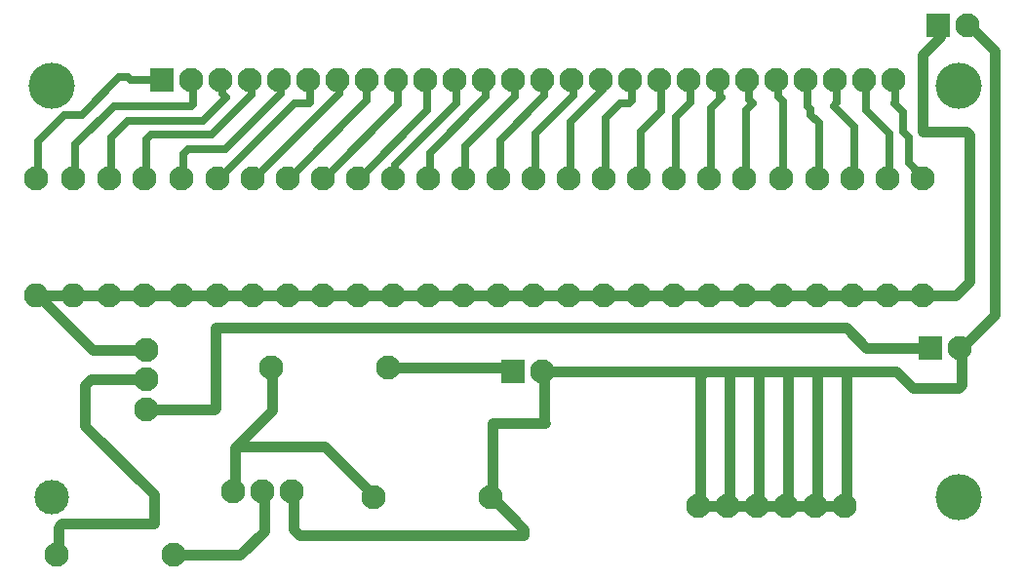
<source format=gbr>
%TF.GenerationSoftware,KiCad,Pcbnew,8.0.3*%
%TF.CreationDate,2024-07-19T22:03:54-04:00*%
%TF.ProjectId,CCPPowerBoard,43435050-6f77-4657-9242-6f6172642e6b,rev?*%
%TF.SameCoordinates,Original*%
%TF.FileFunction,Copper,L2,Bot*%
%TF.FilePolarity,Positive*%
%FSLAX46Y46*%
G04 Gerber Fmt 4.6, Leading zero omitted, Abs format (unit mm)*
G04 Created by KiCad (PCBNEW 8.0.3) date 2024-07-19 22:03:54*
%MOMM*%
%LPD*%
G01*
G04 APERTURE LIST*
%TA.AperFunction,ComponentPad*%
%ADD10C,2.100000*%
%TD*%
%TA.AperFunction,ComponentPad*%
%ADD11R,2.100000X2.100000*%
%TD*%
%TA.AperFunction,ComponentPad*%
%ADD12O,2.100000X2.100000*%
%TD*%
%TA.AperFunction,ViaPad*%
%ADD13C,4.000000*%
%TD*%
%TA.AperFunction,ViaPad*%
%ADD14C,3.000000*%
%TD*%
%TA.AperFunction,Conductor*%
%ADD15C,0.900000*%
%TD*%
%TA.AperFunction,Conductor*%
%ADD16C,0.700000*%
%TD*%
%TA.AperFunction,Conductor*%
%ADD17C,0.500000*%
%TD*%
G04 APERTURE END LIST*
D10*
%TO.P,R1,1*%
%TO.N,Net-(J1-Pin_26)*%
X149100000Y-69500000D03*
%TO.P,R1,2*%
%TO.N,Net-(J7-Pin_1)*%
X149100000Y-79660000D03*
%TD*%
%TO.P,R15,1*%
%TO.N,Net-(J1-Pin_12)*%
X106200000Y-69500000D03*
%TO.P,R15,2*%
%TO.N,Net-(J7-Pin_1)*%
X106200000Y-79660000D03*
%TD*%
%TO.P,R10,1*%
%TO.N,Net-(J1-Pin_17)*%
X121450000Y-69500000D03*
%TO.P,R10,2*%
%TO.N,Net-(J7-Pin_1)*%
X121450000Y-79660000D03*
%TD*%
%TO.P,R8,1*%
%TO.N,Net-(J1-Pin_19)*%
X127550000Y-69500000D03*
%TO.P,R8,2*%
%TO.N,Net-(J7-Pin_1)*%
X127550000Y-79660000D03*
%TD*%
%TO.P,R22,1*%
%TO.N,Net-(J1-Pin_5)*%
X84800000Y-69500000D03*
%TO.P,R22,2*%
%TO.N,Net-(J7-Pin_1)*%
X84800000Y-79660000D03*
%TD*%
%TO.P,R18,1*%
%TO.N,Net-(J1-Pin_9)*%
X97050000Y-69500000D03*
%TO.P,R18,2*%
%TO.N,Net-(J7-Pin_1)*%
X97050000Y-79660000D03*
%TD*%
%TO.P,R2,1*%
%TO.N,Net-(J1-Pin_25)*%
X146100000Y-69500000D03*
%TO.P,R2,2*%
%TO.N,Net-(J7-Pin_1)*%
X146100000Y-79660000D03*
%TD*%
%TO.P,R13,1*%
%TO.N,Net-(J1-Pin_14)*%
X112300000Y-69500000D03*
%TO.P,R13,2*%
%TO.N,Net-(J7-Pin_1)*%
X112300000Y-79660000D03*
%TD*%
%TO.P,R29,1*%
%TO.N,Net-(Q2-G)*%
X92535000Y-86000000D03*
%TO.P,R29,2*%
%TO.N,Net-(J5-Pin_1)*%
X102695000Y-86000000D03*
%TD*%
%TO.P,R12,1*%
%TO.N,Net-(J1-Pin_15)*%
X115350000Y-69500000D03*
%TO.P,R12,2*%
%TO.N,Net-(J7-Pin_1)*%
X115350000Y-79660000D03*
%TD*%
%TO.P,J2,1,Pin_1*%
%TO.N,Net-(J2-Pin_1)*%
X129650000Y-98000000D03*
%TO.P,J2,2,Pin_2*%
X132190000Y-98000000D03*
%TO.P,J2,3,Pin_3*%
X134730000Y-98000000D03*
%TO.P,J2,4,Pin_4*%
X137270000Y-98000000D03*
%TO.P,J2,5,Pin_5*%
X139810000Y-98000000D03*
%TO.P,J2,6,Pin_6*%
X142350000Y-98000000D03*
%TD*%
%TO.P,R28,1*%
%TO.N,Net-(Q1-B)*%
X73920000Y-102250000D03*
%TO.P,R28,2*%
%TO.N,Net-(Q2-D)*%
X84080000Y-102250000D03*
%TD*%
%TO.P,R27,1*%
%TO.N,Net-(J2-Pin_1)*%
X111600000Y-97250000D03*
%TO.P,R27,2*%
%TO.N,Net-(Q2-G)*%
X101440000Y-97250000D03*
%TD*%
D11*
%TO.P,J6,1,Pin_1*%
%TO.N,Net-(J6-Pin_1)*%
X149825000Y-84250000D03*
D10*
%TO.P,J6,2,Pin_2*%
%TO.N,Net-(J2-Pin_1)*%
X152365000Y-84250000D03*
%TD*%
%TO.P,R26,1*%
%TO.N,Net-(J1-Pin_1)*%
X72200000Y-69500000D03*
D12*
%TO.P,R26,2*%
%TO.N,Net-(J7-Pin_1)*%
X72200000Y-79660000D03*
%TD*%
D10*
%TO.P,R4,1*%
%TO.N,Net-(J1-Pin_23)*%
X140000000Y-69500000D03*
%TO.P,R4,2*%
%TO.N,Net-(J7-Pin_1)*%
X140000000Y-79660000D03*
%TD*%
D11*
%TO.P,J7,1,Pin_1*%
%TO.N,Net-(J7-Pin_1)*%
X150500000Y-56250000D03*
D10*
%TO.P,J7,2,Pin_2*%
%TO.N,Net-(J2-Pin_1)*%
X153040000Y-56250000D03*
%TD*%
%TO.P,R23,1*%
%TO.N,Net-(J1-Pin_4)*%
X81600000Y-69500000D03*
%TO.P,R23,2*%
%TO.N,Net-(J7-Pin_1)*%
X81600000Y-79660000D03*
%TD*%
%TO.P,Q2,1,G*%
%TO.N,Net-(Q2-G)*%
X89270000Y-96750000D03*
%TO.P,Q2,2,D*%
%TO.N,Net-(Q2-D)*%
X91810000Y-96750000D03*
%TO.P,Q2,3,S*%
%TO.N,Net-(J2-Pin_1)*%
X94350000Y-96750000D03*
%TD*%
%TO.P,Q1,1,C*%
%TO.N,Net-(J7-Pin_1)*%
X81725000Y-84400000D03*
%TO.P,Q1,2,B*%
%TO.N,Net-(Q1-B)*%
X81725000Y-87000000D03*
%TO.P,Q1,3,E*%
%TO.N,Net-(J6-Pin_1)*%
X81725000Y-89600000D03*
%TD*%
D11*
%TO.P,J1,1,Pin_1*%
%TO.N,Net-(J1-Pin_1)*%
X83110000Y-60950000D03*
D10*
%TO.P,J1,2,Pin_2*%
%TO.N,Net-(J1-Pin_2)*%
X85650000Y-60950000D03*
%TO.P,J1,3,Pin_3*%
%TO.N,Net-(J1-Pin_3)*%
X88190000Y-60950000D03*
%TO.P,J1,4,Pin_4*%
%TO.N,Net-(J1-Pin_4)*%
X90730000Y-60950000D03*
%TO.P,J1,5,Pin_5*%
%TO.N,Net-(J1-Pin_5)*%
X93270000Y-60950000D03*
%TO.P,J1,6,Pin_6*%
%TO.N,Net-(J1-Pin_6)*%
X95810000Y-60950000D03*
D12*
%TO.P,J1,7,Pin_7*%
%TO.N,Net-(J1-Pin_7)*%
X98350000Y-60950000D03*
%TO.P,J1,8,Pin_8*%
%TO.N,Net-(J1-Pin_8)*%
X100890000Y-60950000D03*
%TO.P,J1,9,Pin_9*%
%TO.N,Net-(J1-Pin_9)*%
X103430000Y-60950000D03*
D10*
%TO.P,J1,10,Pin_10*%
%TO.N,Net-(J1-Pin_10)*%
X105970000Y-60950000D03*
%TO.P,J1,11,Pin_11*%
%TO.N,Net-(J1-Pin_11)*%
X108510000Y-60950000D03*
D12*
%TO.P,J1,12,Pin_12*%
%TO.N,Net-(J1-Pin_12)*%
X111050000Y-60950000D03*
D10*
%TO.P,J1,13,Pin_13*%
%TO.N,Net-(J1-Pin_13)*%
X113590000Y-60950000D03*
D12*
%TO.P,J1,14,Pin_14*%
%TO.N,Net-(J1-Pin_14)*%
X116130000Y-60950000D03*
D10*
%TO.P,J1,15,Pin_15*%
%TO.N,Net-(J1-Pin_15)*%
X118670000Y-60950000D03*
%TO.P,J1,16,Pin_16*%
%TO.N,Net-(J1-Pin_16)*%
X121210000Y-60950000D03*
%TO.P,J1,17,Pin_17*%
%TO.N,Net-(J1-Pin_17)*%
X123750000Y-60950000D03*
%TO.P,J1,18,Pin_18*%
%TO.N,Net-(J1-Pin_18)*%
X126290000Y-60950000D03*
%TO.P,J1,19,Pin_19*%
%TO.N,Net-(J1-Pin_19)*%
X128830000Y-60950000D03*
%TO.P,J1,20,Pin_20*%
%TO.N,Net-(J1-Pin_20)*%
X131370000Y-60950000D03*
D12*
%TO.P,J1,21,Pin_21*%
%TO.N,Net-(J1-Pin_21)*%
X133910000Y-60950000D03*
D10*
%TO.P,J1,22,Pin_22*%
%TO.N,Net-(J1-Pin_22)*%
X136450000Y-60950000D03*
%TO.P,J1,23,Pin_23*%
%TO.N,Net-(J1-Pin_23)*%
X138990000Y-60950000D03*
%TO.P,J1,24,Pin_24*%
%TO.N,Net-(J1-Pin_24)*%
X141530000Y-60950000D03*
D12*
%TO.P,J1,25,Pin_25*%
%TO.N,Net-(J1-Pin_25)*%
X144070000Y-60950000D03*
D10*
%TO.P,J1,26,Pin_26*%
%TO.N,Net-(J1-Pin_26)*%
X146610000Y-60950000D03*
%TD*%
%TO.P,R25,1*%
%TO.N,Net-(J1-Pin_2)*%
X75400000Y-69500000D03*
D12*
%TO.P,R25,2*%
%TO.N,Net-(J7-Pin_1)*%
X75400000Y-79660000D03*
%TD*%
D10*
%TO.P,R20,1*%
%TO.N,Net-(J1-Pin_7)*%
X91000000Y-69500000D03*
%TO.P,R20,2*%
%TO.N,Net-(J7-Pin_1)*%
X91000000Y-79660000D03*
%TD*%
%TO.P,R21,1*%
%TO.N,Net-(J1-Pin_6)*%
X87950000Y-69500000D03*
%TO.P,R21,2*%
%TO.N,Net-(J7-Pin_1)*%
X87950000Y-79660000D03*
%TD*%
%TO.P,R17,1*%
%TO.N,Net-(J1-Pin_10)*%
X100100000Y-69500000D03*
%TO.P,R17,2*%
%TO.N,Net-(J7-Pin_1)*%
X100100000Y-79660000D03*
%TD*%
%TO.P,R24,1*%
%TO.N,Net-(J1-Pin_3)*%
X78500000Y-69500000D03*
%TO.P,R24,2*%
%TO.N,Net-(J7-Pin_1)*%
X78500000Y-79660000D03*
%TD*%
%TO.P,R9,1*%
%TO.N,Net-(J1-Pin_18)*%
X124500000Y-69500000D03*
%TO.P,R9,2*%
%TO.N,Net-(J7-Pin_1)*%
X124500000Y-79660000D03*
%TD*%
%TO.P,R5,1*%
%TO.N,Net-(J1-Pin_22)*%
X136850000Y-69500000D03*
%TO.P,R5,2*%
%TO.N,Net-(J7-Pin_1)*%
X136850000Y-79660000D03*
%TD*%
D11*
%TO.P,J5,1,Pin_1*%
%TO.N,Net-(J5-Pin_1)*%
X113575000Y-86300000D03*
D10*
%TO.P,J5,2,Pin_2*%
%TO.N,Net-(J2-Pin_1)*%
X116115000Y-86300000D03*
%TD*%
%TO.P,R19,1*%
%TO.N,Net-(J1-Pin_8)*%
X94050000Y-69500000D03*
%TO.P,R19,2*%
%TO.N,Net-(J7-Pin_1)*%
X94050000Y-79660000D03*
%TD*%
%TO.P,R6,1*%
%TO.N,Net-(J1-Pin_21)*%
X133650000Y-69500000D03*
%TO.P,R6,2*%
%TO.N,Net-(J7-Pin_1)*%
X133650000Y-79660000D03*
%TD*%
%TO.P,R3,1*%
%TO.N,Net-(J1-Pin_24)*%
X143050000Y-69500000D03*
%TO.P,R3,2*%
%TO.N,Net-(J7-Pin_1)*%
X143050000Y-79660000D03*
%TD*%
%TO.P,R14,1*%
%TO.N,Net-(J1-Pin_13)*%
X109250000Y-69500000D03*
%TO.P,R14,2*%
%TO.N,Net-(J7-Pin_1)*%
X109250000Y-79660000D03*
%TD*%
%TO.P,R16,1*%
%TO.N,Net-(J1-Pin_11)*%
X103150000Y-69500000D03*
%TO.P,R16,2*%
%TO.N,Net-(J7-Pin_1)*%
X103150000Y-79660000D03*
%TD*%
%TO.P,R11,1*%
%TO.N,Net-(J1-Pin_16)*%
X118400000Y-69500000D03*
%TO.P,R11,2*%
%TO.N,Net-(J7-Pin_1)*%
X118400000Y-79660000D03*
%TD*%
%TO.P,R7,1*%
%TO.N,Net-(J1-Pin_20)*%
X130600000Y-69500000D03*
%TO.P,R7,2*%
%TO.N,Net-(J7-Pin_1)*%
X130600000Y-79660000D03*
%TD*%
D13*
%TO.N,*%
X73500000Y-61500000D03*
X152250000Y-61500000D03*
D14*
X73500000Y-97250000D03*
D13*
%TO.N,Net-(Q1-B)*%
X152250000Y-97250000D03*
%TD*%
D15*
%TO.N,Net-(J2-Pin_1)*%
X114500000Y-100500000D02*
X114500000Y-100000000D01*
X155400000Y-81365000D02*
X152515000Y-84250000D01*
X94500000Y-100000000D02*
X95000000Y-100500000D01*
X95000000Y-100500000D02*
X114500000Y-100500000D01*
X129800000Y-98000000D02*
X142500000Y-98000000D01*
X130250000Y-86300000D02*
X132500000Y-86300000D01*
X139960000Y-98000000D02*
X139960000Y-86510000D01*
X116335000Y-90815000D02*
X116400000Y-90750000D01*
X137250000Y-86300000D02*
X139750000Y-86300000D01*
X148250000Y-87750000D02*
X152280000Y-87750000D01*
X153190000Y-56250000D02*
X155400000Y-58460000D01*
X111750000Y-97250000D02*
X111750000Y-90815000D01*
X142500000Y-86300000D02*
X146800000Y-86300000D01*
X142500000Y-98000000D02*
X142500000Y-86300000D01*
X116265000Y-86300000D02*
X130250000Y-86300000D01*
X114500000Y-100000000D02*
X111750000Y-97250000D01*
X129800000Y-86750000D02*
X130250000Y-86300000D01*
X134880000Y-98000000D02*
X134880000Y-86430000D01*
X132340000Y-86460000D02*
X132500000Y-86300000D01*
X139960000Y-86510000D02*
X139750000Y-86300000D01*
X146800000Y-86300000D02*
X148250000Y-87750000D01*
X129800000Y-98000000D02*
X129800000Y-86750000D01*
X139750000Y-86300000D02*
X142500000Y-86300000D01*
X152515000Y-87515000D02*
X152515000Y-84250000D01*
X132500000Y-86300000D02*
X134750000Y-86300000D01*
X111750000Y-90815000D02*
X116335000Y-90815000D01*
X137420000Y-98000000D02*
X137420000Y-86470000D01*
X116400000Y-90750000D02*
X116265000Y-90615000D01*
X134750000Y-86300000D02*
X137250000Y-86300000D01*
X134880000Y-86430000D02*
X134750000Y-86300000D01*
X94500000Y-96750000D02*
X94500000Y-100000000D01*
X116265000Y-90615000D02*
X116265000Y-86300000D01*
X137420000Y-86470000D02*
X137250000Y-86300000D01*
X132340000Y-98000000D02*
X132340000Y-86460000D01*
X152280000Y-87750000D02*
X152515000Y-87515000D01*
X155400000Y-58460000D02*
X155400000Y-81365000D01*
D16*
%TO.N,Net-(J1-Pin_9)*%
X103580000Y-63120000D02*
X103580000Y-60950000D01*
X97200000Y-69500000D02*
X103580000Y-63120000D01*
%TO.N,Net-(J1-Pin_15)*%
X118820000Y-62330000D02*
X118820000Y-60950000D01*
X115500000Y-69500000D02*
X115500000Y-65650000D01*
X115500000Y-65650000D02*
X118820000Y-62330000D01*
%TO.N,Net-(J1-Pin_21)*%
X134400000Y-63000000D02*
X134060000Y-62660000D01*
X133800000Y-69500000D02*
X133800000Y-63600000D01*
X133800000Y-63600000D02*
X134400000Y-63000000D01*
X134060000Y-62660000D02*
X134060000Y-60950000D01*
%TO.N,Net-(J1-Pin_14)*%
X112450000Y-69500000D02*
X112450000Y-66200000D01*
X112450000Y-66200000D02*
X116280000Y-62370000D01*
X116280000Y-62370000D02*
X116280000Y-60950000D01*
%TO.N,Net-(J1-Pin_19)*%
X128980000Y-62920000D02*
X128980000Y-60950000D01*
X127700000Y-69500000D02*
X127700000Y-64200000D01*
X127700000Y-64200000D02*
X128980000Y-62920000D01*
%TO.N,Net-(J1-Pin_11)*%
X103300000Y-68350000D02*
X108660000Y-62990000D01*
X108660000Y-62990000D02*
X108660000Y-60950000D01*
X103300000Y-69500000D02*
X103300000Y-68350000D01*
%TO.N,Net-(J1-Pin_26)*%
X146760000Y-62890000D02*
X146760000Y-60950000D01*
X147400000Y-63750000D02*
X146650000Y-63000000D01*
X147900000Y-68150000D02*
X147900000Y-66000000D01*
X147400000Y-65500000D02*
X147400000Y-63750000D01*
X146650000Y-63000000D02*
X146760000Y-62890000D01*
X149250000Y-69500000D02*
X147900000Y-68150000D01*
X147900000Y-66000000D02*
X147400000Y-65500000D01*
%TO.N,Net-(J1-Pin_24)*%
X143200000Y-65050000D02*
X141400000Y-63250000D01*
X143200000Y-69500000D02*
X143200000Y-65050000D01*
X141680000Y-62970000D02*
X141680000Y-60950000D01*
X141400000Y-63250000D02*
X141680000Y-62970000D01*
%TO.N,Net-(J1-Pin_23)*%
X140150000Y-64750000D02*
X139400000Y-64000000D01*
X139140000Y-63240000D02*
X139140000Y-60950000D01*
X140150000Y-69500000D02*
X140150000Y-64750000D01*
X139400000Y-64000000D02*
X139400000Y-63500000D01*
X139400000Y-63500000D02*
X139140000Y-63240000D01*
%TO.N,Net-(J1-Pin_7)*%
X98500000Y-62150000D02*
X98500000Y-60950000D01*
X91150000Y-69500000D02*
X98500000Y-62150000D01*
%TO.N,Net-(J1-Pin_5)*%
X84950000Y-67450000D02*
X85400000Y-67000000D01*
X88572081Y-67000000D02*
X93420000Y-62152081D01*
X85400000Y-67000000D02*
X88572081Y-67000000D01*
X84950000Y-69500000D02*
X84950000Y-67450000D01*
X93420000Y-62152081D02*
X93420000Y-60950000D01*
%TO.N,Net-(J1-Pin_20)*%
X130750000Y-69500000D02*
X130750000Y-63400000D01*
X131520000Y-62370000D02*
X131520000Y-60950000D01*
X130750000Y-63400000D02*
X131650000Y-62500000D01*
X131650000Y-62500000D02*
X131520000Y-62370000D01*
%TO.N,Net-(J1-Pin_8)*%
X100900000Y-62800000D02*
X100900000Y-61090000D01*
X100900000Y-61090000D02*
X101040000Y-60950000D01*
X94200000Y-69500000D02*
X100900000Y-62800000D01*
%TO.N,Net-(J1-Pin_17)*%
X123650000Y-63000000D02*
X123900000Y-62750000D01*
X121600000Y-64300000D02*
X122900000Y-63000000D01*
X122900000Y-63000000D02*
X123650000Y-63000000D01*
X123900000Y-62750000D02*
X123900000Y-60950000D01*
X121600000Y-69500000D02*
X121600000Y-64300000D01*
%TO.N,Net-(J1-Pin_25)*%
X144220000Y-63570000D02*
X144220000Y-60950000D01*
X146250000Y-65600000D02*
X144220000Y-63570000D01*
X146250000Y-69500000D02*
X146250000Y-65600000D01*
%TO.N,Net-(J1-Pin_6)*%
X88100000Y-69500000D02*
X94600000Y-63000000D01*
X95900000Y-63000000D02*
X95960000Y-62940000D01*
X95960000Y-62940000D02*
X95960000Y-60950000D01*
X94600000Y-63000000D02*
X95900000Y-63000000D01*
%TO.N,Net-(J1-Pin_1)*%
X72350000Y-66300000D02*
X74650000Y-64000000D01*
X74650000Y-64000000D02*
X76150000Y-64000000D01*
X80150000Y-60750000D02*
X80350000Y-60950000D01*
X72350000Y-69500000D02*
X72350000Y-66300000D01*
X76150000Y-64000000D02*
X79400000Y-60750000D01*
X80350000Y-60950000D02*
X83260000Y-60950000D01*
X79400000Y-60750000D02*
X80150000Y-60750000D01*
%TO.N,Net-(J1-Pin_3)*%
X78650000Y-66000000D02*
X80150000Y-64500000D01*
X78650000Y-69500000D02*
X78650000Y-66000000D01*
X88340000Y-62190000D02*
X88340000Y-60950000D01*
X80150000Y-64500000D02*
X86650000Y-64500000D01*
X86650000Y-64500000D02*
X88650000Y-62500000D01*
X88650000Y-62500000D02*
X88340000Y-62190000D01*
%TO.N,Net-(J1-Pin_4)*%
X81750000Y-66150000D02*
X82150000Y-65750000D01*
X87400000Y-65750000D02*
X90880000Y-62270000D01*
X90880000Y-62270000D02*
X90880000Y-60950000D01*
X81750000Y-69500000D02*
X81750000Y-66150000D01*
X82150000Y-65750000D02*
X87400000Y-65750000D01*
%TO.N,Net-(J1-Pin_10)*%
X106120000Y-63630000D02*
X106120000Y-60950000D01*
X100250000Y-69500000D02*
X106120000Y-63630000D01*
%TO.N,Net-(J1-Pin_22)*%
X137000000Y-69500000D02*
X137000000Y-62850000D01*
X136600000Y-62450000D02*
X136600000Y-60950000D01*
X137000000Y-62850000D02*
X136600000Y-62450000D01*
%TO.N,Net-(J1-Pin_13)*%
X109400000Y-66750000D02*
X113740000Y-62410000D01*
X113740000Y-62410000D02*
X113740000Y-60950000D01*
X109400000Y-69500000D02*
X109400000Y-66750000D01*
%TO.N,Net-(J1-Pin_18)*%
X124650000Y-65500000D02*
X126440000Y-63710000D01*
X124650000Y-69500000D02*
X124650000Y-65500000D01*
X126440000Y-63710000D02*
X126440000Y-60950000D01*
%TO.N,Net-(J1-Pin_2)*%
X78900000Y-63250000D02*
X85650000Y-63250000D01*
X75550000Y-69500000D02*
X75550000Y-66600000D01*
X75550000Y-66600000D02*
X78900000Y-63250000D01*
X85650000Y-63250000D02*
X85800000Y-63100000D01*
X85800000Y-63100000D02*
X85800000Y-60950000D01*
%TO.N,Net-(J1-Pin_16)*%
X118550000Y-64600000D02*
X121360000Y-61790000D01*
X121360000Y-61790000D02*
X121360000Y-60950000D01*
X118550000Y-69500000D02*
X118550000Y-64600000D01*
%TO.N,Net-(J1-Pin_12)*%
X111200000Y-62450000D02*
X111200000Y-60950000D01*
X106350000Y-67300000D02*
X111200000Y-62450000D01*
X106350000Y-69500000D02*
X106350000Y-67300000D01*
D15*
%TO.N,Net-(J5-Pin_1)*%
X102845000Y-86000000D02*
X113425000Y-86000000D01*
D17*
X113425000Y-86000000D02*
X113725000Y-86300000D01*
D15*
%TO.N,Net-(J6-Pin_1)*%
X144250000Y-84250000D02*
X149975000Y-84250000D01*
X87750000Y-89500000D02*
X87750000Y-82500000D01*
X87650000Y-89600000D02*
X87750000Y-89500000D01*
X142500000Y-82500000D02*
X144250000Y-84250000D01*
X87750000Y-82500000D02*
X142500000Y-82500000D01*
X81875000Y-89600000D02*
X87650000Y-89600000D01*
%TO.N,Net-(J7-Pin_1)*%
X81875000Y-84400000D02*
X77090000Y-84400000D01*
X150650000Y-56250000D02*
X150650000Y-57250000D01*
X72350000Y-79660000D02*
X149250000Y-79660000D01*
X151990000Y-79660000D02*
X149250000Y-79660000D01*
X152900000Y-65500000D02*
X153150000Y-65750000D01*
X150650000Y-57250000D02*
X149150000Y-58750000D01*
X77090000Y-84400000D02*
X72350000Y-79660000D01*
X149150000Y-65500000D02*
X152900000Y-65500000D01*
X153150000Y-78500000D02*
X151990000Y-79660000D01*
X153150000Y-65750000D02*
X153150000Y-78500000D01*
X149150000Y-58750000D02*
X149150000Y-65500000D01*
%TO.N,Net-(Q1-B)*%
X76900000Y-87000000D02*
X76400000Y-87500000D01*
X82400000Y-99500000D02*
X74400000Y-99500000D01*
X76400000Y-91000000D02*
X82400000Y-97000000D01*
X76400000Y-87500000D02*
X76400000Y-91000000D01*
X82400000Y-97000000D02*
X82400000Y-99500000D01*
X74070000Y-99830000D02*
X74070000Y-102250000D01*
X81875000Y-87000000D02*
X76900000Y-87000000D01*
X74400000Y-99500000D02*
X74070000Y-99830000D01*
%TO.N,Net-(Q2-G)*%
X92685000Y-89655000D02*
X92685000Y-86000000D01*
X89420000Y-92920000D02*
X89420000Y-96750000D01*
X89495000Y-92845000D02*
X97185000Y-92845000D01*
X89420000Y-92920000D02*
X92685000Y-89655000D01*
X97185000Y-92845000D02*
X101590000Y-97250000D01*
X89420000Y-92920000D02*
X89495000Y-92845000D01*
%TO.N,Net-(Q2-D)*%
X89900000Y-102250000D02*
X84230000Y-102250000D01*
X91960000Y-96750000D02*
X91960000Y-100190000D01*
X91960000Y-100190000D02*
X89900000Y-102250000D01*
%TD*%
M02*

</source>
